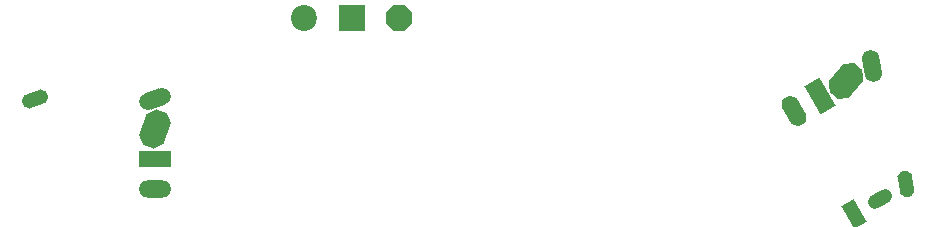
<source format=gbr>
G04 --- HEADER BEGIN --- *
G04 #@! TF.GenerationSoftware,LibrePCB,LibrePCB,0.1.2*
G04 #@! TF.CreationDate,2019-01-02T03:04:05*
G04 #@! TF.ProjectId,test_project,7c04f9d5-7366-4c4b-9e17-852ed57b3966,v1*
G04 #@! TF.Part,Single*
G04 #@! TF.SameCoordinates*
G04 #@! TF.FileFunction,Soldermask,Bot*
G04 #@! TF.FilePolarity,Negative*
%FSLAX66Y66*%
%MOMM*%
G01*
G75*
G04 --- HEADER END --- *
G04 --- APERTURE LIST BEGIN --- *
%AMROTATEDOBROUND10*1,1,1.47,0.110266,-0.625352*1,1,1.47,-0.110266,0.625352*20,1,1.47,0.110266,-0.625352,-0.110266,0.625352,0*%
%ADD10ROTATEDOBROUND10*%
%AMROTATEDRECT11*20,1,1.47,-1.37,0.0,1.37,0.0,120.0*%
%ADD11ROTATEDRECT11*%
%AMROTATEDOCTAGON12*4,1,8,1.1,0.248528,0.748528,0.6,-0.748528,0.6,-1.1,0.248528,-1.1,-0.248528,-0.748528,-0.6,0.748528,-0.6,1.1,-0.248528,1.1,0.248528,100.0*%
%ADD12ROTATEDOCTAGON12*%
%AMROTATEDRECT13*20,1,1.2,-1.1,0.0,1.1,0.0,120.0*%
%ADD13ROTATEDRECT13*%
%AMROTATEDOBROUND14*1,1,1.47,0.317499,-0.549926*1,1,1.47,-0.317499,0.549926*20,1,1.47,0.317499,-0.549926,-0.317499,0.549926,0*%
%ADD14ROTATEDOBROUND14*%
%AMROTATEDOCTAGON15*4,1,8,1.6,0.455635,0.955635,1.1,-0.955635,1.1,-1.6,0.455635,-1.6,-0.455635,-0.955635,-1.1,0.955635,-1.1,1.6,-0.455635,1.6,0.455635,50.0*%
%ADD15ROTATEDOCTAGON15*%
%AMROTATEDOBROUND16*1,1,1.2,-0.433012,-0.249999*1,1,1.2,0.433012,0.249999*20,1,1.2,-0.433012,-0.249999,0.433012,0.249999,0*%
%ADD16ROTATEDOBROUND16*%
%AMROTATEDOBROUND17*1,1,1.47,-0.596704,-0.217182*1,1,1.47,0.596704,0.217182*20,1,1.47,-0.596704,-0.217182,0.596704,0.217182,0*%
%ADD17ROTATEDOBROUND17*%
%ADD18R,2.74X1.47*%
%AMROTATEDOCTAGON19*4,1,8,1.1,0.248528,0.748528,0.6,-0.748528,0.6,-1.1,0.248528,-1.1,-0.248528,-0.748528,-0.6,0.748528,-0.6,1.1,-0.248528,1.1,0.248528,20.0*%
%ADD19ROTATEDOCTAGON19*%
%ADD20O,2.74X1.47*%
%AMROTATEDOCTAGON21*4,1,8,1.6,0.455635,0.955635,1.1,-0.955635,1.1,-1.6,0.455635,-1.6,-0.455635,-0.955635,-1.1,0.955635,-1.1,1.6,-0.455635,1.6,0.455635,70.0*%
%ADD21ROTATEDOCTAGON21*%
%ADD22R,2.2X2.2*%
%AMROTATEDOCTAGON23*4,1,8,1.1,0.455635,0.455635,1.1,-0.455635,1.1,-1.1,0.455635,-1.1,-0.455635,-0.455635,-1.1,0.455635,-1.1,1.1,-0.455635,1.1,0.455635,0.0*%
%ADD23ROTATEDOCTAGON23*%
%ADD24C,2.2*%
G04 --- APERTURE LIST END --- *
G04 --- BOARD BEGIN --- *
D10*
G04 #@! TO.C,D2*
X60012660Y41970886D03*
D11*
X55613251Y39430886D03*
D12*
X62892955Y31902068D03*
D13*
X58493546Y29362068D03*
D14*
X53413546Y38160886D03*
D15*
X57812955Y40700886D03*
D16*
X60693251Y30632068D03*
D17*
G04 #@! TO.C,D1*
X-620000Y39140000D03*
D18*
X-620000Y34060000D03*
D19*
X-10780000Y39140000D03*
D20*
X-620000Y31520000D03*
D21*
X-620000Y36600000D03*
D22*
G04 #@! TD*
X16000000Y46000000D03*
D23*
X20000000Y46000000D03*
D24*
X12000000Y46000000D03*
G04 --- BOARD END --- *

M02*

</source>
